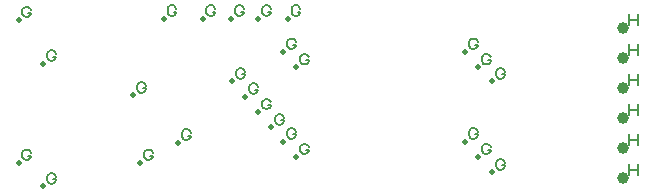
<source format=gbr>
G04 GENERATED BY PULSONIX 8.5 GERBER.DLL 5902*
G04 #@! TF.Part,Single*
%INUSB2UART*%
%LNDRILL DRAWING*%
%FSLAX35Y35*%
%LPD*%
%MOIN*%
%ADD27C,0.00500*%
G04 #@! TA.AperFunction,ViaPad*
%ADD83C,0.01969*%
G04 #@! TA.AperFunction,ComponentPad*
%ADD84C,0.03900*%
X0Y0D02*
D02*
D27*
X86172Y45385D02*
X87054Y45385D01*
Y45091*
X86760Y44503*
X86466Y44209*
X85878Y43915*
X85289*
X84701Y44209*
X84407Y44503*
X84113Y45091*
Y46268*
X84407Y46856*
X84701Y47150*
X85289Y47444*
X85878*
X86466Y47150*
X86760Y46856*
X87054Y46268*
X86172Y93023D02*
X87054Y93023D01*
Y92729*
X86760Y92141*
X86466Y91847*
X85878Y91553*
X85289*
X84701Y91847*
X84407Y92141*
X84113Y92729*
Y93906*
X84407Y94494*
X84701Y94788*
X85289Y95082*
X85878*
X86466Y94788*
X86760Y94494*
X87054Y93906*
X94439Y37511D02*
X95322Y37511D01*
Y37217*
X95028Y36629*
X94733Y36335*
X94145Y36041*
X93557*
X92969Y36335*
X92675Y36629*
X92381Y37217*
Y38394*
X92675Y38982*
X92969Y39276*
X93557Y39570*
X94145*
X94733Y39276*
X95028Y38982*
X95322Y38394*
X94439Y78456D02*
X95322Y78456D01*
Y78162*
X95028Y77574*
X94733Y77280*
X94145Y76986*
X93557*
X92969Y77280*
X92675Y77574*
X92381Y78162*
Y79339*
X92675Y79927*
X92969Y80221*
X93557Y80515*
X94145*
X94733Y80221*
X95028Y79927*
X95322Y79339*
X124361Y67826D02*
X125243Y67826D01*
Y67532*
X124949Y66944*
X124655Y66650*
X124066Y66356*
X123478*
X122890Y66650*
X122596Y66944*
X122302Y67532*
Y68709*
X122596Y69297*
X122890Y69591*
X123478Y69885*
X124066*
X124655Y69591*
X124949Y69297*
X125243Y68709*
X126723Y45385D02*
X127605Y45385D01*
Y45091*
X127311Y44503*
X127017Y44209*
X126429Y43915*
X125840*
X125252Y44209*
X124958Y44503*
X124664Y45091*
Y46268*
X124958Y46856*
X125252Y47150*
X125840Y47444*
X126429*
X127017Y47150*
X127311Y46856*
X127605Y46268*
X134597Y93417D02*
X135479Y93417D01*
Y93123*
X135185Y92535*
X134891Y92240*
X134303Y91946*
X133714*
X133126Y92240*
X132832Y92535*
X132538Y93123*
Y94299*
X132832Y94888*
X133126Y95182*
X133714Y95476*
X134303*
X134891Y95182*
X135185Y94888*
X135479Y94299*
X139321Y52078D02*
X140204Y52078D01*
Y51784*
X139909Y51196*
X139615Y50902*
X139027Y50608*
X138439*
X137851Y50902*
X137557Y51196*
X137262Y51784*
Y52961*
X137557Y53549*
X137851Y53843*
X138439Y54137*
X139027*
X139615Y53843*
X139909Y53549*
X140204Y52961*
X147589Y93417D02*
X148471Y93417D01*
Y93123*
X148177Y92535*
X147883Y92240*
X147295Y91946*
X146707*
X146118Y92240*
X145824Y92535*
X145530Y93123*
Y94299*
X145824Y94888*
X146118Y95182*
X146707Y95476*
X147295*
X147883Y95182*
X148177Y94888*
X148471Y94299*
X157038Y93417D02*
X157920Y93417D01*
Y93123*
X157626Y92535*
X157332Y92240*
X156744Y91946*
X156155*
X155567Y92240*
X155273Y92535*
X154979Y93123*
Y94299*
X155273Y94888*
X155567Y95182*
X156155Y95476*
X156744*
X157332Y95182*
X157626Y94888*
X157920Y94299*
X157431Y72551D02*
X158314Y72551D01*
Y72257*
X158020Y71668*
X157726Y71374*
X157137Y71080*
X156549*
X155961Y71374*
X155667Y71668*
X155373Y72257*
Y73433*
X155667Y74021*
X155961Y74315*
X156549Y74610*
X157137*
X157726Y74315*
X158020Y74021*
X158314Y73433*
X161762Y67433D02*
X162645Y67433D01*
Y67139*
X162350Y66550*
X162056Y66256*
X161468Y65962*
X160880*
X160292Y66256*
X159997Y66550*
X159703Y67139*
Y68315*
X159997Y68903*
X160292Y69197*
X160880Y69491*
X161468*
X162056Y69197*
X162350Y68903*
X162645Y68315*
X166093Y62315D02*
X166975Y62315D01*
Y62020*
X166681Y61432*
X166387Y61138*
X165799Y60844*
X165211*
X164622Y61138*
X164328Y61432*
X164034Y62020*
Y63197*
X164328Y63785*
X164622Y64079*
X165211Y64373*
X165799*
X166387Y64079*
X166681Y63785*
X166975Y63197*
X166093Y93417D02*
X166975Y93417D01*
Y93123*
X166681Y92535*
X166387Y92240*
X165799Y91946*
X165211*
X164622Y92240*
X164328Y92535*
X164034Y93123*
Y94299*
X164328Y94888*
X164622Y95182*
X165211Y95476*
X165799*
X166387Y95182*
X166681Y94888*
X166975Y94299*
X170424Y57196D02*
X171306Y57196D01*
Y56902*
X171012Y56314*
X170718Y56020*
X170129Y55726*
X169541*
X168953Y56020*
X168659Y56314*
X168365Y56902*
Y58079*
X168659Y58667*
X168953Y58961*
X169541Y59255*
X170129*
X170718Y58961*
X171012Y58667*
X171306Y58079*
X174361Y52472D02*
X175243Y52472D01*
Y52178*
X174949Y51590*
X174655Y51296*
X174066Y51001*
X173478*
X172890Y51296*
X172596Y51590*
X172302Y52178*
Y53354*
X172596Y53943*
X172890Y54237*
X173478Y54531*
X174066*
X174655Y54237*
X174949Y53943*
X175243Y53354*
X174361Y82393D02*
X175243Y82393D01*
Y82099*
X174949Y81511*
X174655Y81217*
X174066Y80923*
X173478*
X172890Y81217*
X172596Y81511*
X172302Y82099*
Y83276*
X172596Y83864*
X172890Y84158*
X173478Y84452*
X174066*
X174655Y84158*
X174949Y83864*
X175243Y83276*
X175935Y93417D02*
X176818Y93417D01*
Y93123*
X176524Y92535*
X176230Y92240*
X175641Y91946*
X175053*
X174465Y92240*
X174171Y92535*
X173877Y93123*
Y94299*
X174171Y94888*
X174465Y95182*
X175053Y95476*
X175641*
X176230Y95182*
X176524Y94888*
X176818Y94299*
X178691Y47354D02*
X179574Y47354D01*
Y47060*
X179280Y46472*
X178985Y46177*
X178397Y45883*
X177809*
X177221Y46177*
X176927Y46472*
X176632Y47060*
Y48236*
X176927Y48825*
X177221Y49119*
X177809Y49413*
X178397*
X178985Y49119*
X179280Y48825*
X179574Y48236*
X178691Y77275D02*
X179574Y77275D01*
Y76981*
X179280Y76393*
X178985Y76099*
X178397Y75805*
X177809*
X177221Y76099*
X176927Y76393*
X176632Y76981*
Y78158*
X176927Y78746*
X177221Y79040*
X177809Y79334*
X178397*
X178985Y79040*
X179280Y78746*
X179574Y78158*
X234991Y52472D02*
X235873Y52472D01*
Y52178*
X235579Y51590*
X235285Y51296*
X234696Y51001*
X234108*
X233520Y51296*
X233226Y51590*
X232932Y52178*
Y53354*
X233226Y53943*
X233520Y54237*
X234108Y54531*
X234696*
X235285Y54237*
X235579Y53943*
X235873Y53354*
X234991Y82393D02*
X235873Y82393D01*
Y82099*
X235579Y81511*
X235285Y81217*
X234696Y80923*
X234108*
X233520Y81217*
X233226Y81511*
X232932Y82099*
Y83276*
X233226Y83864*
X233520Y84158*
X234108Y84452*
X234696*
X235285Y84158*
X235579Y83864*
X235873Y83276*
X239321Y47354D02*
X240204Y47354D01*
Y47060*
X239909Y46472*
X239615Y46177*
X239027Y45883*
X238439*
X237851Y46177*
X237557Y46472*
X237262Y47060*
Y48236*
X237557Y48825*
X237851Y49119*
X238439Y49413*
X239027*
X239615Y49119*
X239909Y48825*
X240204Y48236*
X239321Y77275D02*
X240204Y77275D01*
Y76981*
X239909Y76393*
X239615Y76099*
X239027Y75805*
X238439*
X237851Y76099*
X237557Y76393*
X237262Y76981*
Y78158*
X237557Y78746*
X237851Y79040*
X238439Y79334*
X239027*
X239615Y79040*
X239909Y78746*
X240204Y78158*
X244046Y42236D02*
X244928Y42236D01*
Y41942*
X244634Y41353*
X244340Y41059*
X243752Y40765*
X243163*
X242575Y41059*
X242281Y41353*
X241987Y41942*
Y43118*
X242281Y43706*
X242575Y44001*
X243163Y44295*
X243752*
X244340Y44001*
X244634Y43706*
X244928Y43118*
X244046Y72551D02*
X244928Y72551D01*
Y72257*
X244634Y71668*
X244340Y71374*
X243752Y71080*
X243163*
X242575Y71374*
X242281Y71668*
X241987Y72257*
Y73433*
X242281Y74021*
X242575Y74315*
X243163Y74610*
X243752*
X244340Y74315*
X244634Y74021*
X244928Y73433*
X286496Y39007D02*
X286496Y42536D01*
Y40772D02*
X289437Y40772D01*
Y39007D02*
X289437Y42536D01*
X286496Y49007D02*
X286496Y52536D01*
Y50772D02*
X289437Y50772D01*
Y49007D02*
X289437Y52536D01*
X286496Y59007D02*
X286496Y62536D01*
Y60772D02*
X289437Y60772D01*
Y59007D02*
X289437Y62536D01*
X286496Y69007D02*
X286496Y72536D01*
Y70772D02*
X289437Y70772D01*
Y69007D02*
X289437Y72536D01*
X286496Y79007D02*
X286496Y82536D01*
Y80772D02*
X289437Y80772D01*
Y79007D02*
X289437Y82536D01*
X286496Y89007D02*
X286496Y92536D01*
Y90772D02*
X289437Y90772D01*
Y89007D02*
X289437Y92536D01*
D02*
D83*
X82879Y43032D03*
Y90670D03*
X91146Y35158D03*
Y76103D03*
X121068Y65473D03*
X123430Y43032D03*
X131304Y91064D03*
X136028Y49725D03*
X144296Y91064D03*
X153745D03*
X154138Y70198D03*
X158469Y65080D03*
X162800Y59962D03*
Y91064D03*
X167131Y54844D03*
X171068Y50119D03*
Y80040D03*
X172642Y91064D03*
X175398Y45001D03*
Y74922D03*
X231697Y50119D03*
Y80040D03*
X236028Y45001D03*
Y74922D03*
X240753Y39883D03*
Y70198D03*
D02*
D84*
X284296Y38125D03*
Y48125D03*
Y58125D03*
Y68125D03*
Y78125D03*
Y88125D03*
X0Y0D02*
M02*

</source>
